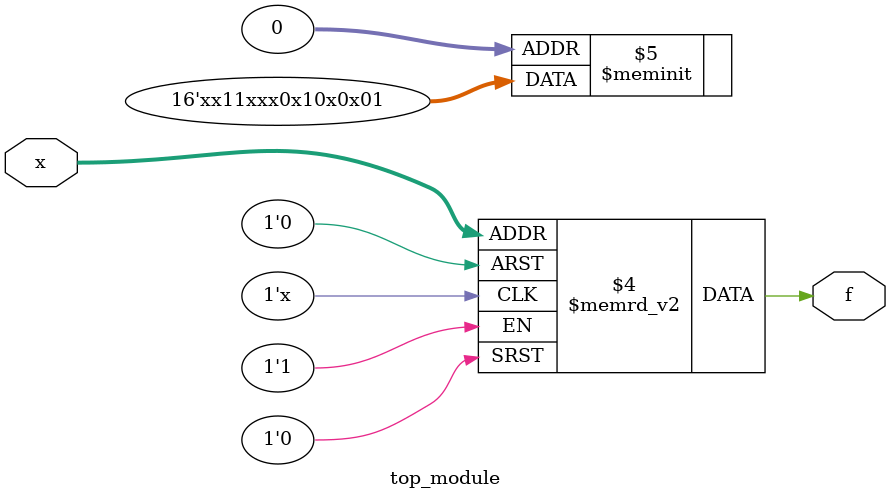
<source format=sv>
module top_module (
    input [4:1] x,
    output logic f
);

    always_comb begin
        case(x)
            4'b0000: f = 1'b1;
            4'b0001: f = 1'b0;
            4'b0010: f = 1'bx;  // don't-care
            4'b0011: f = 1'b0;
            4'b0100: f = 1'bx;  // don't-care
            4'b0101: f = 1'b0;
            4'b0110: f = 1'b1;
            4'b0111: f = 1'bx;  // don't-care
            4'b1000: f = 1'b0;
            4'b1001: f = 1'bx;  // don't-care
            4'b1010: f = 1'bx;  // don't-care
            4'b1011: f = 1'bx;  // don't-care
            4'b1100: f = 1'b1;
            4'b1101: f = 1'b1;
            4'b1110: f = 1'bx;  // don't-care
            4'b1111: f = 1'bx;  // don't-care
            default: f = 1'bx;  // don't-care
        endcase
    end

endmodule

</source>
